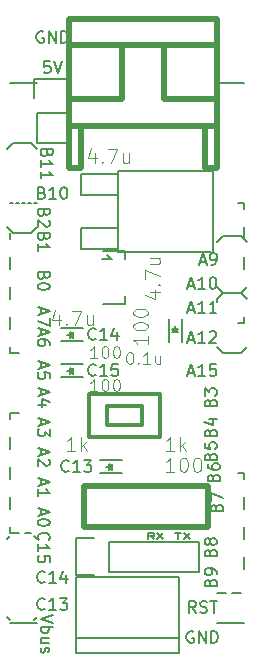
<source format=gbr>
G04 #@! TF.FileFunction,Legend,Top*
%FSLAX46Y46*%
G04 Gerber Fmt 4.6, Leading zero omitted, Abs format (unit mm)*
G04 Created by KiCad (PCBNEW 4.0.7) date 02/19/18 11:26:27*
%MOMM*%
%LPD*%
G01*
G04 APERTURE LIST*
%ADD10C,0.100000*%
%ADD11C,0.200000*%
%ADD12C,0.500000*%
%ADD13C,0.150000*%
%ADD14C,0.300000*%
%ADD15C,0.101600*%
G04 APERTURE END LIST*
D10*
D11*
X34290000Y-62738000D02*
X34798000Y-62230000D01*
X34290000Y-62230000D02*
X34798000Y-62738000D01*
X34036000Y-62484000D02*
X33782000Y-62484000D01*
X34036000Y-62230000D02*
X34036000Y-62484000D01*
X33528000Y-62230000D02*
X34036000Y-62230000D01*
X33528000Y-62484000D02*
X33782000Y-62484000D01*
X33782000Y-62484000D02*
X34036000Y-62738000D01*
X33528000Y-62230000D02*
X33528000Y-62738000D01*
X36576000Y-62738000D02*
X37084000Y-62230000D01*
X36576000Y-62230000D02*
X37084000Y-62738000D01*
X35814000Y-62230000D02*
X36322000Y-62230000D01*
X36068000Y-62230000D02*
X36068000Y-62738000D01*
X41656000Y-44450000D02*
X41148000Y-44450000D01*
X41656000Y-43942000D02*
X41656000Y-44450000D01*
X41656000Y-38862000D02*
X41656000Y-39878000D01*
X41656000Y-36322000D02*
X41656000Y-37338000D01*
X41656000Y-34290000D02*
X41148000Y-34290000D01*
X41656000Y-34290000D02*
X41656000Y-34798000D01*
X23622000Y-62230000D02*
X23114000Y-62230000D01*
X24130000Y-62738000D02*
X23876000Y-62484000D01*
X21590000Y-62738000D02*
X21844000Y-62484000D01*
X21590000Y-69342000D02*
X21844000Y-69596000D01*
X24130000Y-69342000D02*
X23876000Y-69596000D01*
X21844000Y-37338000D02*
X21844000Y-36830000D01*
X21844000Y-39878000D02*
X21844000Y-38862000D01*
X21844000Y-42418000D02*
X21844000Y-41402000D01*
X21844000Y-44958000D02*
X21844000Y-43942000D01*
X21844000Y-46990000D02*
X21844000Y-46482000D01*
X21844000Y-62230000D02*
X21844000Y-61722000D01*
X21844000Y-59182000D02*
X21844000Y-60198000D01*
X21844000Y-56642000D02*
X21844000Y-57658000D01*
X21844000Y-54102000D02*
X21844000Y-55118000D01*
X21844000Y-52070000D02*
X21844000Y-52578000D01*
X41656000Y-57150000D02*
X41148000Y-57150000D01*
X41656000Y-64262000D02*
X41656000Y-65278000D01*
X41656000Y-61722000D02*
X41656000Y-62738000D01*
X41656000Y-59182000D02*
X41656000Y-60198000D01*
X41656000Y-57658000D02*
X41656000Y-57150000D01*
X40640000Y-67310000D02*
X41402000Y-67310000D01*
X39370000Y-67310000D02*
X40132000Y-67310000D01*
X39370000Y-69850000D02*
X41656000Y-69850000D01*
X24130000Y-69850000D02*
X21844000Y-69850000D01*
X39370000Y-24130000D02*
X41656000Y-24130000D01*
X24130000Y-24130000D02*
X21844000Y-24130000D01*
X23876000Y-34290000D02*
X24130000Y-34290000D01*
X23368000Y-34290000D02*
X23622000Y-34290000D01*
X23114000Y-34290000D02*
X22860000Y-34290000D01*
X22352000Y-34290000D02*
X22606000Y-34290000D01*
X21844000Y-34290000D02*
X22098000Y-34290000D01*
X23622000Y-29210000D02*
X24130000Y-29718000D01*
X22098000Y-29210000D02*
X23622000Y-29210000D01*
X21590000Y-29718000D02*
X22098000Y-29210000D01*
X23622000Y-36830000D02*
X24130000Y-36322000D01*
X22098000Y-36830000D02*
X23622000Y-36830000D01*
X21590000Y-36322000D02*
X22098000Y-36830000D01*
X39878000Y-46990000D02*
X39370000Y-46482000D01*
X41402000Y-46990000D02*
X39878000Y-46990000D01*
X39370000Y-42418000D02*
X39370000Y-42672000D01*
X39878000Y-41910000D02*
X39370000Y-42418000D01*
X39878000Y-41910000D02*
X39370000Y-41402000D01*
X41402000Y-41910000D02*
X39878000Y-41910000D01*
X39878000Y-37084000D02*
X39370000Y-37592000D01*
X41402000Y-37084000D02*
X39878000Y-37084000D01*
X41402000Y-37084000D02*
X41910000Y-37592000D01*
X41402000Y-41910000D02*
X41910000Y-41402000D01*
X41910000Y-46482000D02*
X41402000Y-46990000D01*
X41910000Y-42418000D02*
X41402000Y-41910000D01*
X26789143Y-56999143D02*
X26741524Y-57046762D01*
X26598667Y-57094381D01*
X26503429Y-57094381D01*
X26360571Y-57046762D01*
X26265333Y-56951524D01*
X26217714Y-56856286D01*
X26170095Y-56665810D01*
X26170095Y-56522952D01*
X26217714Y-56332476D01*
X26265333Y-56237238D01*
X26360571Y-56142000D01*
X26503429Y-56094381D01*
X26598667Y-56094381D01*
X26741524Y-56142000D01*
X26789143Y-56189619D01*
X27741524Y-57094381D02*
X27170095Y-57094381D01*
X27455809Y-57094381D02*
X27455809Y-56094381D01*
X27360571Y-56237238D01*
X27265333Y-56332476D01*
X27170095Y-56380095D01*
X28074857Y-56094381D02*
X28693905Y-56094381D01*
X28360571Y-56475333D01*
X28503429Y-56475333D01*
X28598667Y-56522952D01*
X28646286Y-56570571D01*
X28693905Y-56665810D01*
X28693905Y-56903905D01*
X28646286Y-56999143D01*
X28598667Y-57046762D01*
X28503429Y-57094381D01*
X28217714Y-57094381D01*
X28122476Y-57046762D01*
X28074857Y-56999143D01*
X29075143Y-45823143D02*
X29027524Y-45870762D01*
X28884667Y-45918381D01*
X28789429Y-45918381D01*
X28646571Y-45870762D01*
X28551333Y-45775524D01*
X28503714Y-45680286D01*
X28456095Y-45489810D01*
X28456095Y-45346952D01*
X28503714Y-45156476D01*
X28551333Y-45061238D01*
X28646571Y-44966000D01*
X28789429Y-44918381D01*
X28884667Y-44918381D01*
X29027524Y-44966000D01*
X29075143Y-45013619D01*
X30027524Y-45918381D02*
X29456095Y-45918381D01*
X29741809Y-45918381D02*
X29741809Y-44918381D01*
X29646571Y-45061238D01*
X29551333Y-45156476D01*
X29456095Y-45204095D01*
X30884667Y-45251714D02*
X30884667Y-45918381D01*
X30646571Y-44870762D02*
X30408476Y-45585048D01*
X31027524Y-45585048D01*
X29075143Y-48871143D02*
X29027524Y-48918762D01*
X28884667Y-48966381D01*
X28789429Y-48966381D01*
X28646571Y-48918762D01*
X28551333Y-48823524D01*
X28503714Y-48728286D01*
X28456095Y-48537810D01*
X28456095Y-48394952D01*
X28503714Y-48204476D01*
X28551333Y-48109238D01*
X28646571Y-48014000D01*
X28789429Y-47966381D01*
X28884667Y-47966381D01*
X29027524Y-48014000D01*
X29075143Y-48061619D01*
X30027524Y-48966381D02*
X29456095Y-48966381D01*
X29741809Y-48966381D02*
X29741809Y-47966381D01*
X29646571Y-48109238D01*
X29551333Y-48204476D01*
X29456095Y-48252095D01*
X30932286Y-47966381D02*
X30456095Y-47966381D01*
X30408476Y-48442571D01*
X30456095Y-48394952D01*
X30551333Y-48347333D01*
X30789429Y-48347333D01*
X30884667Y-48394952D01*
X30932286Y-48442571D01*
X30979905Y-48537810D01*
X30979905Y-48775905D01*
X30932286Y-48871143D01*
X30884667Y-48918762D01*
X30789429Y-48966381D01*
X30551333Y-48966381D01*
X30456095Y-48918762D01*
X30408476Y-48871143D01*
X21844000Y-62230000D02*
X22606000Y-62230000D01*
X22606000Y-46990000D02*
X21844000Y-46990000D01*
X21844000Y-52070000D02*
X22606000Y-52070000D01*
X37338096Y-70620000D02*
X37242858Y-70572381D01*
X37100001Y-70572381D01*
X36957143Y-70620000D01*
X36861905Y-70715238D01*
X36814286Y-70810476D01*
X36766667Y-71000952D01*
X36766667Y-71143810D01*
X36814286Y-71334286D01*
X36861905Y-71429524D01*
X36957143Y-71524762D01*
X37100001Y-71572381D01*
X37195239Y-71572381D01*
X37338096Y-71524762D01*
X37385715Y-71477143D01*
X37385715Y-71143810D01*
X37195239Y-71143810D01*
X37814286Y-71572381D02*
X37814286Y-70572381D01*
X38385715Y-71572381D01*
X38385715Y-70572381D01*
X38861905Y-71572381D02*
X38861905Y-70572381D01*
X39100000Y-70572381D01*
X39242858Y-70620000D01*
X39338096Y-70715238D01*
X39385715Y-70810476D01*
X39433334Y-71000952D01*
X39433334Y-71143810D01*
X39385715Y-71334286D01*
X39338096Y-71429524D01*
X39242858Y-71524762D01*
X39100000Y-71572381D01*
X38861905Y-71572381D01*
X25439619Y-69223143D02*
X24439619Y-69556476D01*
X25439619Y-69889810D01*
X24439619Y-70223143D02*
X25439619Y-70223143D01*
X25058667Y-70223143D02*
X25106286Y-70318381D01*
X25106286Y-70508858D01*
X25058667Y-70604096D01*
X25011048Y-70651715D01*
X24915810Y-70699334D01*
X24630095Y-70699334D01*
X24534857Y-70651715D01*
X24487238Y-70604096D01*
X24439619Y-70508858D01*
X24439619Y-70318381D01*
X24487238Y-70223143D01*
X25106286Y-71556477D02*
X24439619Y-71556477D01*
X25106286Y-71127905D02*
X24582476Y-71127905D01*
X24487238Y-71175524D01*
X24439619Y-71270762D01*
X24439619Y-71413620D01*
X24487238Y-71508858D01*
X24534857Y-71556477D01*
X24487238Y-71985048D02*
X24439619Y-72080286D01*
X24439619Y-72270762D01*
X24487238Y-72366001D01*
X24582476Y-72413620D01*
X24630095Y-72413620D01*
X24725333Y-72366001D01*
X24772952Y-72270762D01*
X24772952Y-72127905D01*
X24820571Y-72032667D01*
X24915810Y-71985048D01*
X24963429Y-71985048D01*
X25058667Y-72032667D01*
X25106286Y-72127905D01*
X25106286Y-72270762D01*
X25058667Y-72366001D01*
X37893714Y-39282667D02*
X38369905Y-39282667D01*
X37798476Y-39568381D02*
X38131809Y-38568381D01*
X38465143Y-39568381D01*
X38846095Y-39568381D02*
X39036571Y-39568381D01*
X39131810Y-39520762D01*
X39179429Y-39473143D01*
X39274667Y-39330286D01*
X39322286Y-39139810D01*
X39322286Y-38758857D01*
X39274667Y-38663619D01*
X39227048Y-38616000D01*
X39131810Y-38568381D01*
X38941333Y-38568381D01*
X38846095Y-38616000D01*
X38798476Y-38663619D01*
X38750857Y-38758857D01*
X38750857Y-38996952D01*
X38798476Y-39092190D01*
X38846095Y-39139810D01*
X38941333Y-39187429D01*
X39131810Y-39187429D01*
X39227048Y-39139810D01*
X39274667Y-39092190D01*
X39322286Y-38996952D01*
X36909524Y-41314667D02*
X37385715Y-41314667D01*
X36814286Y-41600381D02*
X37147619Y-40600381D01*
X37480953Y-41600381D01*
X38338096Y-41600381D02*
X37766667Y-41600381D01*
X38052381Y-41600381D02*
X38052381Y-40600381D01*
X37957143Y-40743238D01*
X37861905Y-40838476D01*
X37766667Y-40886095D01*
X38957143Y-40600381D02*
X39052382Y-40600381D01*
X39147620Y-40648000D01*
X39195239Y-40695619D01*
X39242858Y-40790857D01*
X39290477Y-40981333D01*
X39290477Y-41219429D01*
X39242858Y-41409905D01*
X39195239Y-41505143D01*
X39147620Y-41552762D01*
X39052382Y-41600381D01*
X38957143Y-41600381D01*
X38861905Y-41552762D01*
X38814286Y-41505143D01*
X38766667Y-41409905D01*
X38719048Y-41219429D01*
X38719048Y-40981333D01*
X38766667Y-40790857D01*
X38814286Y-40695619D01*
X38861905Y-40648000D01*
X38957143Y-40600381D01*
X36909524Y-43346667D02*
X37385715Y-43346667D01*
X36814286Y-43632381D02*
X37147619Y-42632381D01*
X37480953Y-43632381D01*
X38338096Y-43632381D02*
X37766667Y-43632381D01*
X38052381Y-43632381D02*
X38052381Y-42632381D01*
X37957143Y-42775238D01*
X37861905Y-42870476D01*
X37766667Y-42918095D01*
X39290477Y-43632381D02*
X38719048Y-43632381D01*
X39004762Y-43632381D02*
X39004762Y-42632381D01*
X38909524Y-42775238D01*
X38814286Y-42870476D01*
X38719048Y-42918095D01*
X36909524Y-45886667D02*
X37385715Y-45886667D01*
X36814286Y-46172381D02*
X37147619Y-45172381D01*
X37480953Y-46172381D01*
X38338096Y-46172381D02*
X37766667Y-46172381D01*
X38052381Y-46172381D02*
X38052381Y-45172381D01*
X37957143Y-45315238D01*
X37861905Y-45410476D01*
X37766667Y-45458095D01*
X38719048Y-45267619D02*
X38766667Y-45220000D01*
X38861905Y-45172381D01*
X39100001Y-45172381D01*
X39195239Y-45220000D01*
X39242858Y-45267619D01*
X39290477Y-45362857D01*
X39290477Y-45458095D01*
X39242858Y-45600952D01*
X38671429Y-46172381D01*
X39290477Y-46172381D01*
X36909524Y-48680667D02*
X37385715Y-48680667D01*
X36814286Y-48966381D02*
X37147619Y-47966381D01*
X37480953Y-48966381D01*
X38338096Y-48966381D02*
X37766667Y-48966381D01*
X38052381Y-48966381D02*
X38052381Y-47966381D01*
X37957143Y-48109238D01*
X37861905Y-48204476D01*
X37766667Y-48252095D01*
X39242858Y-47966381D02*
X38766667Y-47966381D01*
X38719048Y-48442571D01*
X38766667Y-48394952D01*
X38861905Y-48347333D01*
X39100001Y-48347333D01*
X39195239Y-48394952D01*
X39242858Y-48442571D01*
X39290477Y-48537810D01*
X39290477Y-48775905D01*
X39242858Y-48871143D01*
X39195239Y-48918762D01*
X39100001Y-48966381D01*
X38861905Y-48966381D01*
X38766667Y-48918762D01*
X38719048Y-48871143D01*
X38790571Y-51204761D02*
X38838190Y-51061904D01*
X38885810Y-51014285D01*
X38981048Y-50966666D01*
X39123905Y-50966666D01*
X39219143Y-51014285D01*
X39266762Y-51061904D01*
X39314381Y-51157142D01*
X39314381Y-51538095D01*
X38314381Y-51538095D01*
X38314381Y-51204761D01*
X38362000Y-51109523D01*
X38409619Y-51061904D01*
X38504857Y-51014285D01*
X38600095Y-51014285D01*
X38695333Y-51061904D01*
X38742952Y-51109523D01*
X38790571Y-51204761D01*
X38790571Y-51538095D01*
X38314381Y-50633333D02*
X38314381Y-50014285D01*
X38695333Y-50347619D01*
X38695333Y-50204761D01*
X38742952Y-50109523D01*
X38790571Y-50061904D01*
X38885810Y-50014285D01*
X39123905Y-50014285D01*
X39219143Y-50061904D01*
X39266762Y-50109523D01*
X39314381Y-50204761D01*
X39314381Y-50490476D01*
X39266762Y-50585714D01*
X39219143Y-50633333D01*
X38790571Y-53744761D02*
X38838190Y-53601904D01*
X38885810Y-53554285D01*
X38981048Y-53506666D01*
X39123905Y-53506666D01*
X39219143Y-53554285D01*
X39266762Y-53601904D01*
X39314381Y-53697142D01*
X39314381Y-54078095D01*
X38314381Y-54078095D01*
X38314381Y-53744761D01*
X38362000Y-53649523D01*
X38409619Y-53601904D01*
X38504857Y-53554285D01*
X38600095Y-53554285D01*
X38695333Y-53601904D01*
X38742952Y-53649523D01*
X38790571Y-53744761D01*
X38790571Y-54078095D01*
X38647714Y-52649523D02*
X39314381Y-52649523D01*
X38266762Y-52887619D02*
X38981048Y-53125714D01*
X38981048Y-52506666D01*
X38790571Y-55776761D02*
X38838190Y-55633904D01*
X38885810Y-55586285D01*
X38981048Y-55538666D01*
X39123905Y-55538666D01*
X39219143Y-55586285D01*
X39266762Y-55633904D01*
X39314381Y-55729142D01*
X39314381Y-56110095D01*
X38314381Y-56110095D01*
X38314381Y-55776761D01*
X38362000Y-55681523D01*
X38409619Y-55633904D01*
X38504857Y-55586285D01*
X38600095Y-55586285D01*
X38695333Y-55633904D01*
X38742952Y-55681523D01*
X38790571Y-55776761D01*
X38790571Y-56110095D01*
X38314381Y-54633904D02*
X38314381Y-55110095D01*
X38790571Y-55157714D01*
X38742952Y-55110095D01*
X38695333Y-55014857D01*
X38695333Y-54776761D01*
X38742952Y-54681523D01*
X38790571Y-54633904D01*
X38885810Y-54586285D01*
X39123905Y-54586285D01*
X39219143Y-54633904D01*
X39266762Y-54681523D01*
X39314381Y-54776761D01*
X39314381Y-55014857D01*
X39266762Y-55110095D01*
X39219143Y-55157714D01*
X39044571Y-57554761D02*
X39092190Y-57411904D01*
X39139810Y-57364285D01*
X39235048Y-57316666D01*
X39377905Y-57316666D01*
X39473143Y-57364285D01*
X39520762Y-57411904D01*
X39568381Y-57507142D01*
X39568381Y-57888095D01*
X38568381Y-57888095D01*
X38568381Y-57554761D01*
X38616000Y-57459523D01*
X38663619Y-57411904D01*
X38758857Y-57364285D01*
X38854095Y-57364285D01*
X38949333Y-57411904D01*
X38996952Y-57459523D01*
X39044571Y-57554761D01*
X39044571Y-57888095D01*
X38568381Y-56459523D02*
X38568381Y-56650000D01*
X38616000Y-56745238D01*
X38663619Y-56792857D01*
X38806476Y-56888095D01*
X38996952Y-56935714D01*
X39377905Y-56935714D01*
X39473143Y-56888095D01*
X39520762Y-56840476D01*
X39568381Y-56745238D01*
X39568381Y-56554761D01*
X39520762Y-56459523D01*
X39473143Y-56411904D01*
X39377905Y-56364285D01*
X39139810Y-56364285D01*
X39044571Y-56411904D01*
X38996952Y-56459523D01*
X38949333Y-56554761D01*
X38949333Y-56745238D01*
X38996952Y-56840476D01*
X39044571Y-56888095D01*
X39139810Y-56935714D01*
X39298571Y-60094761D02*
X39346190Y-59951904D01*
X39393810Y-59904285D01*
X39489048Y-59856666D01*
X39631905Y-59856666D01*
X39727143Y-59904285D01*
X39774762Y-59951904D01*
X39822381Y-60047142D01*
X39822381Y-60428095D01*
X38822381Y-60428095D01*
X38822381Y-60094761D01*
X38870000Y-59999523D01*
X38917619Y-59951904D01*
X39012857Y-59904285D01*
X39108095Y-59904285D01*
X39203333Y-59951904D01*
X39250952Y-59999523D01*
X39298571Y-60094761D01*
X39298571Y-60428095D01*
X38822381Y-59523333D02*
X38822381Y-58856666D01*
X39822381Y-59285238D01*
X38790571Y-63904761D02*
X38838190Y-63761904D01*
X38885810Y-63714285D01*
X38981048Y-63666666D01*
X39123905Y-63666666D01*
X39219143Y-63714285D01*
X39266762Y-63761904D01*
X39314381Y-63857142D01*
X39314381Y-64238095D01*
X38314381Y-64238095D01*
X38314381Y-63904761D01*
X38362000Y-63809523D01*
X38409619Y-63761904D01*
X38504857Y-63714285D01*
X38600095Y-63714285D01*
X38695333Y-63761904D01*
X38742952Y-63809523D01*
X38790571Y-63904761D01*
X38790571Y-64238095D01*
X38742952Y-63095238D02*
X38695333Y-63190476D01*
X38647714Y-63238095D01*
X38552476Y-63285714D01*
X38504857Y-63285714D01*
X38409619Y-63238095D01*
X38362000Y-63190476D01*
X38314381Y-63095238D01*
X38314381Y-62904761D01*
X38362000Y-62809523D01*
X38409619Y-62761904D01*
X38504857Y-62714285D01*
X38552476Y-62714285D01*
X38647714Y-62761904D01*
X38695333Y-62809523D01*
X38742952Y-62904761D01*
X38742952Y-63095238D01*
X38790571Y-63190476D01*
X38838190Y-63238095D01*
X38933429Y-63285714D01*
X39123905Y-63285714D01*
X39219143Y-63238095D01*
X39266762Y-63190476D01*
X39314381Y-63095238D01*
X39314381Y-62904761D01*
X39266762Y-62809523D01*
X39219143Y-62761904D01*
X39123905Y-62714285D01*
X38933429Y-62714285D01*
X38838190Y-62761904D01*
X38790571Y-62809523D01*
X38742952Y-62904761D01*
X38790571Y-66444761D02*
X38838190Y-66301904D01*
X38885810Y-66254285D01*
X38981048Y-66206666D01*
X39123905Y-66206666D01*
X39219143Y-66254285D01*
X39266762Y-66301904D01*
X39314381Y-66397142D01*
X39314381Y-66778095D01*
X38314381Y-66778095D01*
X38314381Y-66444761D01*
X38362000Y-66349523D01*
X38409619Y-66301904D01*
X38504857Y-66254285D01*
X38600095Y-66254285D01*
X38695333Y-66301904D01*
X38742952Y-66349523D01*
X38790571Y-66444761D01*
X38790571Y-66778095D01*
X39314381Y-65730476D02*
X39314381Y-65540000D01*
X39266762Y-65444761D01*
X39219143Y-65397142D01*
X39076286Y-65301904D01*
X38885810Y-65254285D01*
X38504857Y-65254285D01*
X38409619Y-65301904D01*
X38362000Y-65349523D01*
X38314381Y-65444761D01*
X38314381Y-65635238D01*
X38362000Y-65730476D01*
X38409619Y-65778095D01*
X38504857Y-65825714D01*
X38742952Y-65825714D01*
X38838190Y-65778095D01*
X38885810Y-65730476D01*
X38933429Y-65635238D01*
X38933429Y-65444761D01*
X38885810Y-65349523D01*
X38838190Y-65301904D01*
X38742952Y-65254285D01*
X37552381Y-69032381D02*
X37219047Y-68556190D01*
X36980952Y-69032381D02*
X36980952Y-68032381D01*
X37361905Y-68032381D01*
X37457143Y-68080000D01*
X37504762Y-68127619D01*
X37552381Y-68222857D01*
X37552381Y-68365714D01*
X37504762Y-68460952D01*
X37457143Y-68508571D01*
X37361905Y-68556190D01*
X36980952Y-68556190D01*
X37933333Y-68984762D02*
X38076190Y-69032381D01*
X38314286Y-69032381D01*
X38409524Y-68984762D01*
X38457143Y-68937143D01*
X38504762Y-68841905D01*
X38504762Y-68746667D01*
X38457143Y-68651429D01*
X38409524Y-68603810D01*
X38314286Y-68556190D01*
X38123809Y-68508571D01*
X38028571Y-68460952D01*
X37980952Y-68413333D01*
X37933333Y-68318095D01*
X37933333Y-68222857D01*
X37980952Y-68127619D01*
X38028571Y-68080000D01*
X38123809Y-68032381D01*
X38361905Y-68032381D01*
X38504762Y-68080000D01*
X38790476Y-68032381D02*
X39361905Y-68032381D01*
X39076190Y-69032381D02*
X39076190Y-68032381D01*
X24638096Y-19820000D02*
X24542858Y-19772381D01*
X24400001Y-19772381D01*
X24257143Y-19820000D01*
X24161905Y-19915238D01*
X24114286Y-20010476D01*
X24066667Y-20200952D01*
X24066667Y-20343810D01*
X24114286Y-20534286D01*
X24161905Y-20629524D01*
X24257143Y-20724762D01*
X24400001Y-20772381D01*
X24495239Y-20772381D01*
X24638096Y-20724762D01*
X24685715Y-20677143D01*
X24685715Y-20343810D01*
X24495239Y-20343810D01*
X25114286Y-20772381D02*
X25114286Y-19772381D01*
X25685715Y-20772381D01*
X25685715Y-19772381D01*
X26161905Y-20772381D02*
X26161905Y-19772381D01*
X26400000Y-19772381D01*
X26542858Y-19820000D01*
X26638096Y-19915238D01*
X26685715Y-20010476D01*
X26733334Y-20200952D01*
X26733334Y-20343810D01*
X26685715Y-20534286D01*
X26638096Y-20629524D01*
X26542858Y-20724762D01*
X26400000Y-20772381D01*
X26161905Y-20772381D01*
X25209524Y-22312381D02*
X24733333Y-22312381D01*
X24685714Y-22788571D01*
X24733333Y-22740952D01*
X24828571Y-22693333D01*
X25066667Y-22693333D01*
X25161905Y-22740952D01*
X25209524Y-22788571D01*
X25257143Y-22883810D01*
X25257143Y-23121905D01*
X25209524Y-23217143D01*
X25161905Y-23264762D01*
X25066667Y-23312381D01*
X24828571Y-23312381D01*
X24733333Y-23264762D01*
X24685714Y-23217143D01*
X25542857Y-22312381D02*
X25876190Y-23312381D01*
X26209524Y-22312381D01*
X24963429Y-30107048D02*
X24915810Y-30249905D01*
X24868190Y-30297524D01*
X24772952Y-30345143D01*
X24630095Y-30345143D01*
X24534857Y-30297524D01*
X24487238Y-30249905D01*
X24439619Y-30154667D01*
X24439619Y-29773714D01*
X25439619Y-29773714D01*
X25439619Y-30107048D01*
X25392000Y-30202286D01*
X25344381Y-30249905D01*
X25249143Y-30297524D01*
X25153905Y-30297524D01*
X25058667Y-30249905D01*
X25011048Y-30202286D01*
X24963429Y-30107048D01*
X24963429Y-29773714D01*
X24439619Y-31297524D02*
X24439619Y-30726095D01*
X24439619Y-31011809D02*
X25439619Y-31011809D01*
X25296762Y-30916571D01*
X25201524Y-30821333D01*
X25153905Y-30726095D01*
X24439619Y-32249905D02*
X24439619Y-31678476D01*
X24439619Y-31964190D02*
X25439619Y-31964190D01*
X25296762Y-31868952D01*
X25201524Y-31773714D01*
X25153905Y-31678476D01*
X24519048Y-33456571D02*
X24661905Y-33504190D01*
X24709524Y-33551810D01*
X24757143Y-33647048D01*
X24757143Y-33789905D01*
X24709524Y-33885143D01*
X24661905Y-33932762D01*
X24566667Y-33980381D01*
X24185714Y-33980381D01*
X24185714Y-32980381D01*
X24519048Y-32980381D01*
X24614286Y-33028000D01*
X24661905Y-33075619D01*
X24709524Y-33170857D01*
X24709524Y-33266095D01*
X24661905Y-33361333D01*
X24614286Y-33408952D01*
X24519048Y-33456571D01*
X24185714Y-33456571D01*
X25709524Y-33980381D02*
X25138095Y-33980381D01*
X25423809Y-33980381D02*
X25423809Y-32980381D01*
X25328571Y-33123238D01*
X25233333Y-33218476D01*
X25138095Y-33266095D01*
X26328571Y-32980381D02*
X26423810Y-32980381D01*
X26519048Y-33028000D01*
X26566667Y-33075619D01*
X26614286Y-33170857D01*
X26661905Y-33361333D01*
X26661905Y-33599429D01*
X26614286Y-33789905D01*
X26566667Y-33885143D01*
X26519048Y-33932762D01*
X26423810Y-33980381D01*
X26328571Y-33980381D01*
X26233333Y-33932762D01*
X26185714Y-33885143D01*
X26138095Y-33789905D01*
X26090476Y-33599429D01*
X26090476Y-33361333D01*
X26138095Y-33170857D01*
X26185714Y-33075619D01*
X26233333Y-33028000D01*
X26328571Y-32980381D01*
X24709429Y-35155239D02*
X24661810Y-35298096D01*
X24614190Y-35345715D01*
X24518952Y-35393334D01*
X24376095Y-35393334D01*
X24280857Y-35345715D01*
X24233238Y-35298096D01*
X24185619Y-35202858D01*
X24185619Y-34821905D01*
X25185619Y-34821905D01*
X25185619Y-35155239D01*
X25138000Y-35250477D01*
X25090381Y-35298096D01*
X24995143Y-35345715D01*
X24899905Y-35345715D01*
X24804667Y-35298096D01*
X24757048Y-35250477D01*
X24709429Y-35155239D01*
X24709429Y-34821905D01*
X25090381Y-35774286D02*
X25138000Y-35821905D01*
X25185619Y-35917143D01*
X25185619Y-36155239D01*
X25138000Y-36250477D01*
X25090381Y-36298096D01*
X24995143Y-36345715D01*
X24899905Y-36345715D01*
X24757048Y-36298096D01*
X24185619Y-35726667D01*
X24185619Y-36345715D01*
X24709429Y-37187239D02*
X24661810Y-37330096D01*
X24614190Y-37377715D01*
X24518952Y-37425334D01*
X24376095Y-37425334D01*
X24280857Y-37377715D01*
X24233238Y-37330096D01*
X24185619Y-37234858D01*
X24185619Y-36853905D01*
X25185619Y-36853905D01*
X25185619Y-37187239D01*
X25138000Y-37282477D01*
X25090381Y-37330096D01*
X24995143Y-37377715D01*
X24899905Y-37377715D01*
X24804667Y-37330096D01*
X24757048Y-37282477D01*
X24709429Y-37187239D01*
X24709429Y-36853905D01*
X24185619Y-38377715D02*
X24185619Y-37806286D01*
X24185619Y-38092000D02*
X25185619Y-38092000D01*
X25042762Y-37996762D01*
X24947524Y-37901524D01*
X24899905Y-37806286D01*
X24709429Y-40489239D02*
X24661810Y-40632096D01*
X24614190Y-40679715D01*
X24518952Y-40727334D01*
X24376095Y-40727334D01*
X24280857Y-40679715D01*
X24233238Y-40632096D01*
X24185619Y-40536858D01*
X24185619Y-40155905D01*
X25185619Y-40155905D01*
X25185619Y-40489239D01*
X25138000Y-40584477D01*
X25090381Y-40632096D01*
X24995143Y-40679715D01*
X24899905Y-40679715D01*
X24804667Y-40632096D01*
X24757048Y-40584477D01*
X24709429Y-40489239D01*
X24709429Y-40155905D01*
X25185619Y-41346381D02*
X25185619Y-41441620D01*
X25138000Y-41536858D01*
X25090381Y-41584477D01*
X24995143Y-41632096D01*
X24804667Y-41679715D01*
X24566571Y-41679715D01*
X24376095Y-41632096D01*
X24280857Y-41584477D01*
X24233238Y-41536858D01*
X24185619Y-41441620D01*
X24185619Y-41346381D01*
X24233238Y-41251143D01*
X24280857Y-41203524D01*
X24376095Y-41155905D01*
X24566571Y-41108286D01*
X24804667Y-41108286D01*
X24995143Y-41155905D01*
X25090381Y-41203524D01*
X25138000Y-41251143D01*
X25185619Y-41346381D01*
X24471333Y-43227714D02*
X24471333Y-43703905D01*
X24185619Y-43132476D02*
X25185619Y-43465809D01*
X24185619Y-43799143D01*
X25185619Y-44037238D02*
X25185619Y-44703905D01*
X24185619Y-44275333D01*
X24471333Y-45005714D02*
X24471333Y-45481905D01*
X24185619Y-44910476D02*
X25185619Y-45243809D01*
X24185619Y-45577143D01*
X25185619Y-46339048D02*
X25185619Y-46148571D01*
X25138000Y-46053333D01*
X25090381Y-46005714D01*
X24947524Y-45910476D01*
X24757048Y-45862857D01*
X24376095Y-45862857D01*
X24280857Y-45910476D01*
X24233238Y-45958095D01*
X24185619Y-46053333D01*
X24185619Y-46243810D01*
X24233238Y-46339048D01*
X24280857Y-46386667D01*
X24376095Y-46434286D01*
X24614190Y-46434286D01*
X24709429Y-46386667D01*
X24757048Y-46339048D01*
X24804667Y-46243810D01*
X24804667Y-46053333D01*
X24757048Y-45958095D01*
X24709429Y-45910476D01*
X24614190Y-45862857D01*
X24471333Y-47799714D02*
X24471333Y-48275905D01*
X24185619Y-47704476D02*
X25185619Y-48037809D01*
X24185619Y-48371143D01*
X25185619Y-49180667D02*
X25185619Y-48704476D01*
X24709429Y-48656857D01*
X24757048Y-48704476D01*
X24804667Y-48799714D01*
X24804667Y-49037810D01*
X24757048Y-49133048D01*
X24709429Y-49180667D01*
X24614190Y-49228286D01*
X24376095Y-49228286D01*
X24280857Y-49180667D01*
X24233238Y-49133048D01*
X24185619Y-49037810D01*
X24185619Y-48799714D01*
X24233238Y-48704476D01*
X24280857Y-48656857D01*
X24471333Y-50085714D02*
X24471333Y-50561905D01*
X24185619Y-49990476D02*
X25185619Y-50323809D01*
X24185619Y-50657143D01*
X24852286Y-51419048D02*
X24185619Y-51419048D01*
X25233238Y-51180952D02*
X24518952Y-50942857D01*
X24518952Y-51561905D01*
X24471333Y-52625714D02*
X24471333Y-53101905D01*
X24185619Y-52530476D02*
X25185619Y-52863809D01*
X24185619Y-53197143D01*
X25185619Y-53435238D02*
X25185619Y-54054286D01*
X24804667Y-53720952D01*
X24804667Y-53863810D01*
X24757048Y-53959048D01*
X24709429Y-54006667D01*
X24614190Y-54054286D01*
X24376095Y-54054286D01*
X24280857Y-54006667D01*
X24233238Y-53959048D01*
X24185619Y-53863810D01*
X24185619Y-53578095D01*
X24233238Y-53482857D01*
X24280857Y-53435238D01*
X24471333Y-55165714D02*
X24471333Y-55641905D01*
X24185619Y-55070476D02*
X25185619Y-55403809D01*
X24185619Y-55737143D01*
X25090381Y-56022857D02*
X25138000Y-56070476D01*
X25185619Y-56165714D01*
X25185619Y-56403810D01*
X25138000Y-56499048D01*
X25090381Y-56546667D01*
X24995143Y-56594286D01*
X24899905Y-56594286D01*
X24757048Y-56546667D01*
X24185619Y-55975238D01*
X24185619Y-56594286D01*
X24471333Y-57705714D02*
X24471333Y-58181905D01*
X24185619Y-57610476D02*
X25185619Y-57943809D01*
X24185619Y-58277143D01*
X24185619Y-59134286D02*
X24185619Y-58562857D01*
X24185619Y-58848571D02*
X25185619Y-58848571D01*
X25042762Y-58753333D01*
X24947524Y-58658095D01*
X24899905Y-58562857D01*
X24471333Y-60245714D02*
X24471333Y-60721905D01*
X24185619Y-60150476D02*
X25185619Y-60483809D01*
X24185619Y-60817143D01*
X25185619Y-61340952D02*
X25185619Y-61436191D01*
X25138000Y-61531429D01*
X25090381Y-61579048D01*
X24995143Y-61626667D01*
X24804667Y-61674286D01*
X24566571Y-61674286D01*
X24376095Y-61626667D01*
X24280857Y-61579048D01*
X24233238Y-61531429D01*
X24185619Y-61436191D01*
X24185619Y-61340952D01*
X24233238Y-61245714D01*
X24280857Y-61198095D01*
X24376095Y-61150476D01*
X24566571Y-61102857D01*
X24804667Y-61102857D01*
X24995143Y-61150476D01*
X25090381Y-61198095D01*
X25138000Y-61245714D01*
X25185619Y-61340952D01*
X24280857Y-62857143D02*
X24233238Y-62809524D01*
X24185619Y-62666667D01*
X24185619Y-62571429D01*
X24233238Y-62428571D01*
X24328476Y-62333333D01*
X24423714Y-62285714D01*
X24614190Y-62238095D01*
X24757048Y-62238095D01*
X24947524Y-62285714D01*
X25042762Y-62333333D01*
X25138000Y-62428571D01*
X25185619Y-62571429D01*
X25185619Y-62666667D01*
X25138000Y-62809524D01*
X25090381Y-62857143D01*
X24185619Y-63809524D02*
X24185619Y-63238095D01*
X24185619Y-63523809D02*
X25185619Y-63523809D01*
X25042762Y-63428571D01*
X24947524Y-63333333D01*
X24899905Y-63238095D01*
X25185619Y-64714286D02*
X25185619Y-64238095D01*
X24709429Y-64190476D01*
X24757048Y-64238095D01*
X24804667Y-64333333D01*
X24804667Y-64571429D01*
X24757048Y-64666667D01*
X24709429Y-64714286D01*
X24614190Y-64761905D01*
X24376095Y-64761905D01*
X24280857Y-64714286D01*
X24233238Y-64666667D01*
X24185619Y-64571429D01*
X24185619Y-64333333D01*
X24233238Y-64238095D01*
X24280857Y-64190476D01*
X24757143Y-66397143D02*
X24709524Y-66444762D01*
X24566667Y-66492381D01*
X24471429Y-66492381D01*
X24328571Y-66444762D01*
X24233333Y-66349524D01*
X24185714Y-66254286D01*
X24138095Y-66063810D01*
X24138095Y-65920952D01*
X24185714Y-65730476D01*
X24233333Y-65635238D01*
X24328571Y-65540000D01*
X24471429Y-65492381D01*
X24566667Y-65492381D01*
X24709524Y-65540000D01*
X24757143Y-65587619D01*
X25709524Y-66492381D02*
X25138095Y-66492381D01*
X25423809Y-66492381D02*
X25423809Y-65492381D01*
X25328571Y-65635238D01*
X25233333Y-65730476D01*
X25138095Y-65778095D01*
X26566667Y-65825714D02*
X26566667Y-66492381D01*
X26328571Y-65444762D02*
X26090476Y-66159048D01*
X26709524Y-66159048D01*
X24757143Y-68683143D02*
X24709524Y-68730762D01*
X24566667Y-68778381D01*
X24471429Y-68778381D01*
X24328571Y-68730762D01*
X24233333Y-68635524D01*
X24185714Y-68540286D01*
X24138095Y-68349810D01*
X24138095Y-68206952D01*
X24185714Y-68016476D01*
X24233333Y-67921238D01*
X24328571Y-67826000D01*
X24471429Y-67778381D01*
X24566667Y-67778381D01*
X24709524Y-67826000D01*
X24757143Y-67873619D01*
X25709524Y-68778381D02*
X25138095Y-68778381D01*
X25423809Y-68778381D02*
X25423809Y-67778381D01*
X25328571Y-67921238D01*
X25233333Y-68016476D01*
X25138095Y-68064095D01*
X26042857Y-67778381D02*
X26661905Y-67778381D01*
X26328571Y-68159333D01*
X26471429Y-68159333D01*
X26566667Y-68206952D01*
X26614286Y-68254571D01*
X26661905Y-68349810D01*
X26661905Y-68587905D01*
X26614286Y-68683143D01*
X26566667Y-68730762D01*
X26471429Y-68778381D01*
X26185714Y-68778381D01*
X26090476Y-68730762D01*
X26042857Y-68683143D01*
D12*
X26830000Y-31340000D02*
X27830000Y-31340000D01*
X27830000Y-31340000D02*
X27830000Y-27840000D01*
X39330000Y-31340000D02*
X38330000Y-31340000D01*
X38330000Y-31340000D02*
X38330000Y-27840000D01*
X26830000Y-27840000D02*
X39330000Y-27840000D01*
X31330000Y-25540000D02*
X26830000Y-25540000D01*
X34830000Y-25540000D02*
X39330000Y-25540000D01*
X31330000Y-25540000D02*
X31330000Y-20940000D01*
X34830000Y-25540000D02*
X34830000Y-20940000D01*
X39330000Y-20940000D02*
X26830000Y-20940000D01*
X26830000Y-31340000D02*
X26830000Y-18740000D01*
X26830000Y-18740000D02*
X39330000Y-18740000D01*
X39330000Y-31340000D02*
X39330000Y-18740000D01*
X28084000Y-58252000D02*
X28084000Y-61752000D01*
X38584000Y-58252000D02*
X28084000Y-58252000D01*
X38584000Y-61752000D02*
X28084000Y-61752000D01*
X38584000Y-61752000D02*
X38584000Y-58252000D01*
D13*
X26670000Y-26670000D02*
X26670000Y-29210000D01*
X26950000Y-23850000D02*
X26950000Y-25400000D01*
X26670000Y-26670000D02*
X24130000Y-26670000D01*
X23850000Y-25400000D02*
X23850000Y-23850000D01*
X23850000Y-23850000D02*
X26950000Y-23850000D01*
X24130000Y-26670000D02*
X24130000Y-29210000D01*
X24130000Y-29210000D02*
X26670000Y-29210000D01*
X36364000Y-46058000D02*
X36364000Y-44158000D01*
X35264000Y-46058000D02*
X35264000Y-44158000D01*
X35814000Y-45158000D02*
X35814000Y-44708000D01*
X35564000Y-45208000D02*
X36064000Y-45208000D01*
X35814000Y-45208000D02*
X35564000Y-44958000D01*
X35564000Y-44958000D02*
X36064000Y-44958000D01*
X36064000Y-44958000D02*
X35814000Y-45208000D01*
X31326000Y-56092000D02*
X29426000Y-56092000D01*
X31326000Y-57192000D02*
X29426000Y-57192000D01*
X30426000Y-56642000D02*
X29976000Y-56642000D01*
X30476000Y-56892000D02*
X30476000Y-56392000D01*
X30476000Y-56642000D02*
X30226000Y-56892000D01*
X30226000Y-56892000D02*
X30226000Y-56392000D01*
X30226000Y-56392000D02*
X30476000Y-56642000D01*
X30025340Y-38740080D02*
X30325060Y-38989000D01*
X30325060Y-38989000D02*
X30474920Y-39090600D01*
X30474920Y-39090600D02*
X29626560Y-39090600D01*
X31526480Y-38389560D02*
X29725620Y-38389560D01*
X31526480Y-38389560D02*
X31526480Y-39039800D01*
X31526480Y-42890440D02*
X29725620Y-42890440D01*
X31526480Y-42890440D02*
X31526480Y-42240200D01*
X30988000Y-36449000D02*
X27813000Y-36449000D01*
X27813000Y-36449000D02*
X27813000Y-38227000D01*
X27813000Y-38227000D02*
X30988000Y-38227000D01*
X30988000Y-31877000D02*
X27813000Y-31877000D01*
X27813000Y-31877000D02*
X27813000Y-33655000D01*
X27813000Y-33655000D02*
X30988000Y-33655000D01*
X37084000Y-38481000D02*
X30988000Y-38481000D01*
X30988000Y-38481000D02*
X30988000Y-31623000D01*
X30988000Y-31623000D02*
X38862000Y-31623000D01*
X38989000Y-31623000D02*
X38989000Y-38481000D01*
X38862000Y-38481000D02*
X37084000Y-38481000D01*
D14*
X32996000Y-51524000D02*
X29996000Y-51524000D01*
X29996000Y-51524000D02*
X29996000Y-53124000D01*
X29996000Y-53124000D02*
X32996000Y-53124000D01*
X32996000Y-53124000D02*
X32996000Y-51524000D01*
X34496000Y-50524000D02*
X28496000Y-50524000D01*
X28496000Y-50524000D02*
X28496000Y-54124000D01*
X28496000Y-54124000D02*
X34496000Y-54124000D01*
X34496000Y-54124000D02*
X34496000Y-50524000D01*
D13*
X27399100Y-72397460D02*
X36099100Y-72397460D01*
X27399100Y-65992460D02*
X36099100Y-65992460D01*
X36099100Y-65992460D02*
X36099100Y-72397460D01*
X36099100Y-71167460D02*
X27399100Y-71167460D01*
X27399100Y-72397460D02*
X27399100Y-65992460D01*
X30226000Y-62992000D02*
X37846000Y-62992000D01*
X30226000Y-65532000D02*
X37846000Y-65532000D01*
X27406000Y-65812000D02*
X28956000Y-65812000D01*
X37846000Y-62992000D02*
X37846000Y-65532000D01*
X30226000Y-65532000D02*
X30226000Y-62992000D01*
X28956000Y-62712000D02*
X27406000Y-62712000D01*
X27406000Y-62712000D02*
X27406000Y-65812000D01*
X28024000Y-44916000D02*
X26124000Y-44916000D01*
X28024000Y-46016000D02*
X26124000Y-46016000D01*
X27124000Y-45466000D02*
X26674000Y-45466000D01*
X27174000Y-45716000D02*
X27174000Y-45216000D01*
X27174000Y-45466000D02*
X26924000Y-45716000D01*
X26924000Y-45716000D02*
X26924000Y-45216000D01*
X26924000Y-45216000D02*
X27174000Y-45466000D01*
X28024000Y-47964000D02*
X26124000Y-47964000D01*
X28024000Y-49064000D02*
X26124000Y-49064000D01*
X27124000Y-48514000D02*
X26674000Y-48514000D01*
X27174000Y-48764000D02*
X27174000Y-48264000D01*
X27174000Y-48514000D02*
X26924000Y-48764000D01*
X26924000Y-48764000D02*
X26924000Y-48264000D01*
X26924000Y-48264000D02*
X27174000Y-48514000D01*
D15*
X27335238Y-55314548D02*
X26645810Y-55314548D01*
X26990524Y-55314548D02*
X26990524Y-54108048D01*
X26875619Y-54280405D01*
X26760714Y-54395310D01*
X26645810Y-54452762D01*
X27852310Y-55314548D02*
X27852310Y-54108048D01*
X27967215Y-54854929D02*
X28311929Y-55314548D01*
X28311929Y-54510214D02*
X27852310Y-54969833D01*
X35717238Y-55314548D02*
X35027810Y-55314548D01*
X35372524Y-55314548D02*
X35372524Y-54108048D01*
X35257619Y-54280405D01*
X35142714Y-54395310D01*
X35027810Y-54452762D01*
X36234310Y-55314548D02*
X36234310Y-54108048D01*
X36349215Y-54854929D02*
X36693929Y-55314548D01*
X36693929Y-54510214D02*
X36234310Y-54969833D01*
X33470548Y-45562762D02*
X33470548Y-46252190D01*
X33470548Y-45907476D02*
X32264048Y-45907476D01*
X32436405Y-46022381D01*
X32551310Y-46137286D01*
X32608762Y-46252190D01*
X32264048Y-44815881D02*
X32264048Y-44700976D01*
X32321500Y-44586071D01*
X32378952Y-44528619D01*
X32493857Y-44471166D01*
X32723667Y-44413714D01*
X33010929Y-44413714D01*
X33240738Y-44471166D01*
X33355643Y-44528619D01*
X33413095Y-44586071D01*
X33470548Y-44700976D01*
X33470548Y-44815881D01*
X33413095Y-44930785D01*
X33355643Y-44988238D01*
X33240738Y-45045690D01*
X33010929Y-45103142D01*
X32723667Y-45103142D01*
X32493857Y-45045690D01*
X32378952Y-44988238D01*
X32321500Y-44930785D01*
X32264048Y-44815881D01*
X32264048Y-43666833D02*
X32264048Y-43551928D01*
X32321500Y-43437023D01*
X32378952Y-43379571D01*
X32493857Y-43322118D01*
X32723667Y-43264666D01*
X33010929Y-43264666D01*
X33240738Y-43322118D01*
X33355643Y-43379571D01*
X33413095Y-43437023D01*
X33470548Y-43551928D01*
X33470548Y-43666833D01*
X33413095Y-43781737D01*
X33355643Y-43839190D01*
X33240738Y-43896642D01*
X33010929Y-43954094D01*
X32723667Y-43954094D01*
X32493857Y-43896642D01*
X32378952Y-43839190D01*
X32321500Y-43781737D01*
X32264048Y-43666833D01*
X35717238Y-57092548D02*
X35027810Y-57092548D01*
X35372524Y-57092548D02*
X35372524Y-55886048D01*
X35257619Y-56058405D01*
X35142714Y-56173310D01*
X35027810Y-56230762D01*
X36464119Y-55886048D02*
X36579024Y-55886048D01*
X36693929Y-55943500D01*
X36751381Y-56000952D01*
X36808834Y-56115857D01*
X36866286Y-56345667D01*
X36866286Y-56632929D01*
X36808834Y-56862738D01*
X36751381Y-56977643D01*
X36693929Y-57035095D01*
X36579024Y-57092548D01*
X36464119Y-57092548D01*
X36349215Y-57035095D01*
X36291762Y-56977643D01*
X36234310Y-56862738D01*
X36176858Y-56632929D01*
X36176858Y-56345667D01*
X36234310Y-56115857D01*
X36291762Y-56000952D01*
X36349215Y-55943500D01*
X36464119Y-55886048D01*
X37613167Y-55886048D02*
X37728072Y-55886048D01*
X37842977Y-55943500D01*
X37900429Y-56000952D01*
X37957882Y-56115857D01*
X38015334Y-56345667D01*
X38015334Y-56632929D01*
X37957882Y-56862738D01*
X37900429Y-56977643D01*
X37842977Y-57035095D01*
X37728072Y-57092548D01*
X37613167Y-57092548D01*
X37498263Y-57035095D01*
X37440810Y-56977643D01*
X37383358Y-56862738D01*
X37325906Y-56632929D01*
X37325906Y-56345667D01*
X37383358Y-56115857D01*
X37440810Y-56000952D01*
X37498263Y-55943500D01*
X37613167Y-55886048D01*
X28998333Y-30126214D02*
X28998333Y-30930548D01*
X28711071Y-29666595D02*
X28423810Y-30528381D01*
X29170690Y-30528381D01*
X29630310Y-30815643D02*
X29687762Y-30873095D01*
X29630310Y-30930548D01*
X29572858Y-30873095D01*
X29630310Y-30815643D01*
X29630310Y-30930548D01*
X30089929Y-29724048D02*
X30894262Y-29724048D01*
X30377191Y-30930548D01*
X31870953Y-30126214D02*
X31870953Y-30930548D01*
X31353882Y-30126214D02*
X31353882Y-30758190D01*
X31411334Y-30873095D01*
X31526239Y-30930548D01*
X31698596Y-30930548D01*
X31813501Y-30873095D01*
X31870953Y-30815643D01*
X25950333Y-43842214D02*
X25950333Y-44646548D01*
X25663071Y-43382595D02*
X25375810Y-44244381D01*
X26122690Y-44244381D01*
X26582310Y-44531643D02*
X26639762Y-44589095D01*
X26582310Y-44646548D01*
X26524858Y-44589095D01*
X26582310Y-44531643D01*
X26582310Y-44646548D01*
X27041929Y-43440048D02*
X27846262Y-43440048D01*
X27329191Y-44646548D01*
X28822953Y-43842214D02*
X28822953Y-44646548D01*
X28305882Y-43842214D02*
X28305882Y-44474190D01*
X28363334Y-44589095D01*
X28478239Y-44646548D01*
X28650596Y-44646548D01*
X28765501Y-44589095D01*
X28822953Y-44531643D01*
X33682214Y-41867667D02*
X34486548Y-41867667D01*
X33222595Y-42154929D02*
X34084381Y-42442190D01*
X34084381Y-41695310D01*
X34371643Y-41235690D02*
X34429095Y-41178238D01*
X34486548Y-41235690D01*
X34429095Y-41293142D01*
X34371643Y-41235690D01*
X34486548Y-41235690D01*
X33280048Y-40776071D02*
X33280048Y-39971738D01*
X34486548Y-40488809D01*
X33682214Y-38995047D02*
X34486548Y-38995047D01*
X33682214Y-39512118D02*
X34314190Y-39512118D01*
X34429095Y-39454666D01*
X34486548Y-39339761D01*
X34486548Y-39167404D01*
X34429095Y-39052499D01*
X34371643Y-38995047D01*
D10*
X31924571Y-46958381D02*
X32019810Y-46958381D01*
X32115048Y-47006000D01*
X32162667Y-47053619D01*
X32210286Y-47148857D01*
X32257905Y-47339333D01*
X32257905Y-47577429D01*
X32210286Y-47767905D01*
X32162667Y-47863143D01*
X32115048Y-47910762D01*
X32019810Y-47958381D01*
X31924571Y-47958381D01*
X31829333Y-47910762D01*
X31781714Y-47863143D01*
X31734095Y-47767905D01*
X31686476Y-47577429D01*
X31686476Y-47339333D01*
X31734095Y-47148857D01*
X31781714Y-47053619D01*
X31829333Y-47006000D01*
X31924571Y-46958381D01*
X32686476Y-47863143D02*
X32734095Y-47910762D01*
X32686476Y-47958381D01*
X32638857Y-47910762D01*
X32686476Y-47863143D01*
X32686476Y-47958381D01*
X33686476Y-47958381D02*
X33115047Y-47958381D01*
X33400761Y-47958381D02*
X33400761Y-46958381D01*
X33305523Y-47101238D01*
X33210285Y-47196476D01*
X33115047Y-47244095D01*
X34543619Y-47291714D02*
X34543619Y-47958381D01*
X34115047Y-47291714D02*
X34115047Y-47815524D01*
X34162666Y-47910762D01*
X34257904Y-47958381D01*
X34400762Y-47958381D01*
X34496000Y-47910762D01*
X34543619Y-47863143D01*
X29209905Y-47450381D02*
X28638476Y-47450381D01*
X28924190Y-47450381D02*
X28924190Y-46450381D01*
X28828952Y-46593238D01*
X28733714Y-46688476D01*
X28638476Y-46736095D01*
X29828952Y-46450381D02*
X29924191Y-46450381D01*
X30019429Y-46498000D01*
X30067048Y-46545619D01*
X30114667Y-46640857D01*
X30162286Y-46831333D01*
X30162286Y-47069429D01*
X30114667Y-47259905D01*
X30067048Y-47355143D01*
X30019429Y-47402762D01*
X29924191Y-47450381D01*
X29828952Y-47450381D01*
X29733714Y-47402762D01*
X29686095Y-47355143D01*
X29638476Y-47259905D01*
X29590857Y-47069429D01*
X29590857Y-46831333D01*
X29638476Y-46640857D01*
X29686095Y-46545619D01*
X29733714Y-46498000D01*
X29828952Y-46450381D01*
X30781333Y-46450381D02*
X30876572Y-46450381D01*
X30971810Y-46498000D01*
X31019429Y-46545619D01*
X31067048Y-46640857D01*
X31114667Y-46831333D01*
X31114667Y-47069429D01*
X31067048Y-47259905D01*
X31019429Y-47355143D01*
X30971810Y-47402762D01*
X30876572Y-47450381D01*
X30781333Y-47450381D01*
X30686095Y-47402762D01*
X30638476Y-47355143D01*
X30590857Y-47259905D01*
X30543238Y-47069429D01*
X30543238Y-46831333D01*
X30590857Y-46640857D01*
X30638476Y-46545619D01*
X30686095Y-46498000D01*
X30781333Y-46450381D01*
X29209905Y-50244381D02*
X28638476Y-50244381D01*
X28924190Y-50244381D02*
X28924190Y-49244381D01*
X28828952Y-49387238D01*
X28733714Y-49482476D01*
X28638476Y-49530095D01*
X29828952Y-49244381D02*
X29924191Y-49244381D01*
X30019429Y-49292000D01*
X30067048Y-49339619D01*
X30114667Y-49434857D01*
X30162286Y-49625333D01*
X30162286Y-49863429D01*
X30114667Y-50053905D01*
X30067048Y-50149143D01*
X30019429Y-50196762D01*
X29924191Y-50244381D01*
X29828952Y-50244381D01*
X29733714Y-50196762D01*
X29686095Y-50149143D01*
X29638476Y-50053905D01*
X29590857Y-49863429D01*
X29590857Y-49625333D01*
X29638476Y-49434857D01*
X29686095Y-49339619D01*
X29733714Y-49292000D01*
X29828952Y-49244381D01*
X30781333Y-49244381D02*
X30876572Y-49244381D01*
X30971810Y-49292000D01*
X31019429Y-49339619D01*
X31067048Y-49434857D01*
X31114667Y-49625333D01*
X31114667Y-49863429D01*
X31067048Y-50053905D01*
X31019429Y-50149143D01*
X30971810Y-50196762D01*
X30876572Y-50244381D01*
X30781333Y-50244381D01*
X30686095Y-50196762D01*
X30638476Y-50149143D01*
X30590857Y-50053905D01*
X30543238Y-49863429D01*
X30543238Y-49625333D01*
X30590857Y-49434857D01*
X30638476Y-49339619D01*
X30686095Y-49292000D01*
X30781333Y-49244381D01*
M02*

</source>
